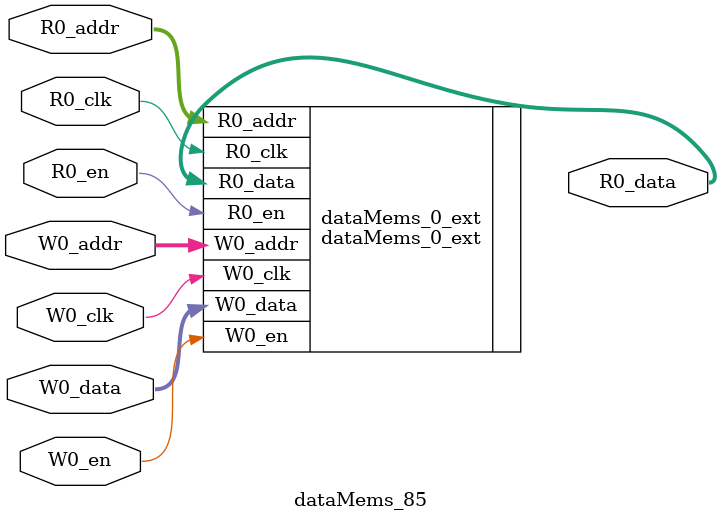
<source format=sv>
`ifndef RANDOMIZE
  `ifdef RANDOMIZE_REG_INIT
    `define RANDOMIZE
  `endif // RANDOMIZE_REG_INIT
`endif // not def RANDOMIZE
`ifndef RANDOMIZE
  `ifdef RANDOMIZE_MEM_INIT
    `define RANDOMIZE
  `endif // RANDOMIZE_MEM_INIT
`endif // not def RANDOMIZE

`ifndef RANDOM
  `define RANDOM $random
`endif // not def RANDOM

// Users can define 'PRINTF_COND' to add an extra gate to prints.
`ifndef PRINTF_COND_
  `ifdef PRINTF_COND
    `define PRINTF_COND_ (`PRINTF_COND)
  `else  // PRINTF_COND
    `define PRINTF_COND_ 1
  `endif // PRINTF_COND
`endif // not def PRINTF_COND_

// Users can define 'ASSERT_VERBOSE_COND' to add an extra gate to assert error printing.
`ifndef ASSERT_VERBOSE_COND_
  `ifdef ASSERT_VERBOSE_COND
    `define ASSERT_VERBOSE_COND_ (`ASSERT_VERBOSE_COND)
  `else  // ASSERT_VERBOSE_COND
    `define ASSERT_VERBOSE_COND_ 1
  `endif // ASSERT_VERBOSE_COND
`endif // not def ASSERT_VERBOSE_COND_

// Users can define 'STOP_COND' to add an extra gate to stop conditions.
`ifndef STOP_COND_
  `ifdef STOP_COND
    `define STOP_COND_ (`STOP_COND)
  `else  // STOP_COND
    `define STOP_COND_ 1
  `endif // STOP_COND
`endif // not def STOP_COND_

// Users can define INIT_RANDOM as general code that gets injected into the
// initializer block for modules with registers.
`ifndef INIT_RANDOM
  `define INIT_RANDOM
`endif // not def INIT_RANDOM

// If using random initialization, you can also define RANDOMIZE_DELAY to
// customize the delay used, otherwise 0.002 is used.
`ifndef RANDOMIZE_DELAY
  `define RANDOMIZE_DELAY 0.002
`endif // not def RANDOMIZE_DELAY

// Define INIT_RANDOM_PROLOG_ for use in our modules below.
`ifndef INIT_RANDOM_PROLOG_
  `ifdef RANDOMIZE
    `ifdef VERILATOR
      `define INIT_RANDOM_PROLOG_ `INIT_RANDOM
    `else  // VERILATOR
      `define INIT_RANDOM_PROLOG_ `INIT_RANDOM #`RANDOMIZE_DELAY begin end
    `endif // VERILATOR
  `else  // RANDOMIZE
    `define INIT_RANDOM_PROLOG_
  `endif // RANDOMIZE
`endif // not def INIT_RANDOM_PROLOG_

// Include register initializers in init blocks unless synthesis is set
`ifndef SYNTHESIS
  `ifndef ENABLE_INITIAL_REG_
    `define ENABLE_INITIAL_REG_
  `endif // not def ENABLE_INITIAL_REG_
`endif // not def SYNTHESIS

// Include rmemory initializers in init blocks unless synthesis is set
`ifndef SYNTHESIS
  `ifndef ENABLE_INITIAL_MEM_
    `define ENABLE_INITIAL_MEM_
  `endif // not def ENABLE_INITIAL_MEM_
`endif // not def SYNTHESIS

module dataMems_85(	// @[generators/ara/src/main/scala/UnsafeAXI4ToTL.scala:365:62]
  input  [4:0]   R0_addr,
  input          R0_en,
  input          R0_clk,
  output [130:0] R0_data,
  input  [4:0]   W0_addr,
  input          W0_en,
  input          W0_clk,
  input  [130:0] W0_data
);

  dataMems_0_ext dataMems_0_ext (	// @[generators/ara/src/main/scala/UnsafeAXI4ToTL.scala:365:62]
    .R0_addr (R0_addr),
    .R0_en   (R0_en),
    .R0_clk  (R0_clk),
    .R0_data (R0_data),
    .W0_addr (W0_addr),
    .W0_en   (W0_en),
    .W0_clk  (W0_clk),
    .W0_data (W0_data)
  );
endmodule


</source>
